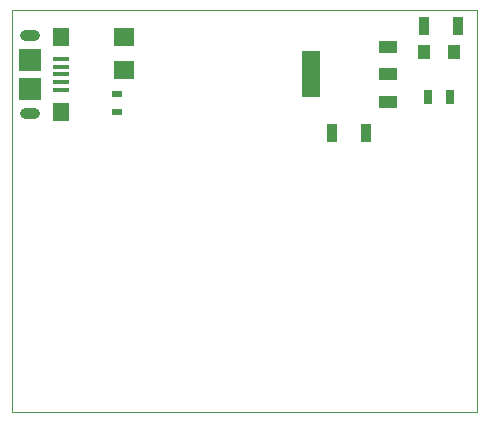
<source format=gtp>
G75*
%MOIN*%
%OFA0B0*%
%FSLAX25Y25*%
%IPPOS*%
%LPD*%
%AMOC8*
5,1,8,0,0,1.08239X$1,22.5*
%
%ADD10C,0.00000*%
%ADD11R,0.05315X0.01575*%
%ADD12R,0.05512X0.06299*%
%ADD13R,0.07480X0.07480*%
%ADD14C,0.03543*%
%ADD15R,0.05906X0.15748*%
%ADD16R,0.05906X0.03937*%
%ADD17R,0.07087X0.06299*%
%ADD18R,0.03543X0.02362*%
%ADD19R,0.04331X0.04921*%
%ADD20R,0.02756X0.05118*%
%ADD21R,0.03543X0.06299*%
D10*
X0001824Y0001500D02*
X0001824Y0135500D01*
X0156824Y0135500D01*
X0156824Y0001500D01*
X0001824Y0001500D01*
D11*
X0018324Y0108882D03*
X0018324Y0111441D03*
X0018324Y0114000D03*
X0018324Y0116559D03*
X0018324Y0119118D03*
D12*
X0018324Y0126598D03*
X0018324Y0101402D03*
D13*
X0007792Y0109276D03*
X0007792Y0118724D03*
D14*
X0009190Y0126992D02*
X0009190Y0126992D01*
X0006434Y0126992D01*
X0006434Y0126992D01*
X0009190Y0126992D01*
X0009190Y0101008D02*
X0009190Y0101008D01*
X0006434Y0101008D01*
X0006434Y0101008D01*
X0009190Y0101008D01*
D15*
X0101529Y0114000D03*
D16*
X0127119Y0114000D03*
X0127119Y0123055D03*
X0127119Y0104945D03*
D17*
X0039324Y0115488D03*
X0039324Y0126512D03*
D18*
X0036824Y0107453D03*
X0036824Y0101547D03*
D19*
X0139403Y0121500D03*
X0149245Y0121500D03*
D20*
X0148064Y0106500D03*
X0140584Y0106500D03*
D21*
X0120033Y0094500D03*
X0108615Y0094500D03*
X0139115Y0130000D03*
X0150533Y0130000D03*
M02*

</source>
